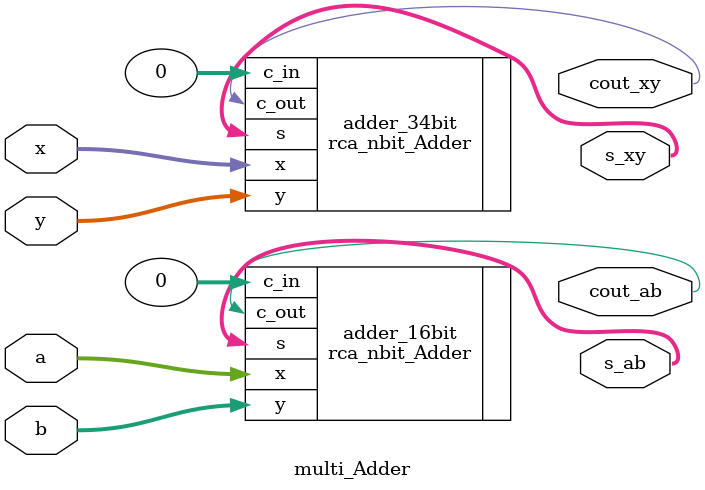
<source format=v>
`timescale 1ns / 1ps


module multi_Adder(
input [15:0] a,b,
output [15:0] s_ab,
output cout_ab,

input [33:0] x,y,
output [33:0] s_xy,
output cout_xy

    );
    rca_nbit_Adder #(.n(16)) adder_16bit(
    .x(a),
    .y(b),
    .s(s_ab),
    .c_in(0),
    .c_out(cout_ab)
    
    );
     rca_nbit_Adder #(.n(34)) adder_34bit(
        .x(x),
        .y(y),
        .s(s_xy),
        .c_in(0),
        .c_out(cout_xy));
    
endmodule

</source>
